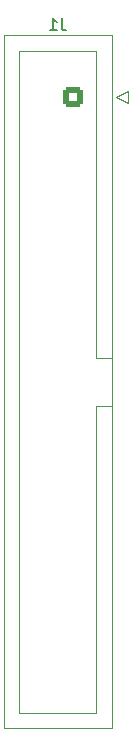
<source format=gbo>
%TF.GenerationSoftware,KiCad,Pcbnew,(6.0.4)*%
%TF.CreationDate,2022-07-27T17:53:15+02:00*%
%TF.ProjectId,Pi-pico-AD9854_adapter,50692d70-6963-46f2-9d41-44393835345f,rev?*%
%TF.SameCoordinates,Original*%
%TF.FileFunction,Legend,Bot*%
%TF.FilePolarity,Positive*%
%FSLAX46Y46*%
G04 Gerber Fmt 4.6, Leading zero omitted, Abs format (unit mm)*
G04 Created by KiCad (PCBNEW (6.0.4)) date 2022-07-27 17:53:15*
%MOMM*%
%LPD*%
G01*
G04 APERTURE LIST*
G04 Aperture macros list*
%AMRoundRect*
0 Rectangle with rounded corners*
0 $1 Rounding radius*
0 $2 $3 $4 $5 $6 $7 $8 $9 X,Y pos of 4 corners*
0 Add a 4 corners polygon primitive as box body*
4,1,4,$2,$3,$4,$5,$6,$7,$8,$9,$2,$3,0*
0 Add four circle primitives for the rounded corners*
1,1,$1+$1,$2,$3*
1,1,$1+$1,$4,$5*
1,1,$1+$1,$6,$7*
1,1,$1+$1,$8,$9*
0 Add four rect primitives between the rounded corners*
20,1,$1+$1,$2,$3,$4,$5,0*
20,1,$1+$1,$4,$5,$6,$7,0*
20,1,$1+$1,$6,$7,$8,$9,0*
20,1,$1+$1,$8,$9,$2,$3,0*%
G04 Aperture macros list end*
%ADD10C,0.150000*%
%ADD11C,0.120000*%
%ADD12C,3.302000*%
%ADD13O,3.048000X1.524000*%
%ADD14C,2.000000*%
%ADD15RoundRect,0.249999X0.790001X1.550001X-0.790001X1.550001X-0.790001X-1.550001X0.790001X-1.550001X0*%
%ADD16O,2.080000X3.600000*%
%ADD17O,1.800000X1.800000*%
%ADD18O,1.500000X1.500000*%
%ADD19O,1.700000X1.700000*%
%ADD20R,1.700000X1.700000*%
%ADD21C,0.700000*%
%ADD22O,1.050000X2.100000*%
%ADD23RoundRect,0.250000X0.600000X0.600000X-0.600000X0.600000X-0.600000X-0.600000X0.600000X-0.600000X0*%
%ADD24C,1.700000*%
G04 APERTURE END LIST*
D10*
%TO.C,J1*%
X109553333Y-33992380D02*
X109553333Y-34706666D01*
X109600952Y-34849523D01*
X109696190Y-34944761D01*
X109839047Y-34992380D01*
X109934285Y-34992380D01*
X108553333Y-34992380D02*
X109124761Y-34992380D01*
X108839047Y-34992380D02*
X108839047Y-33992380D01*
X108934285Y-34135238D01*
X109029523Y-34230476D01*
X109124761Y-34278095D01*
D11*
X115170000Y-40140000D02*
X115170000Y-41140000D01*
X112470000Y-62720000D02*
X112470000Y-36730000D01*
X114170000Y-40640000D02*
X115170000Y-40140000D01*
X113780000Y-62720000D02*
X112470000Y-62720000D01*
X112470000Y-36730000D02*
X105970000Y-36730000D01*
X105970000Y-36730000D02*
X105970000Y-92810000D01*
X112470000Y-92810000D02*
X112470000Y-66820000D01*
X112470000Y-66820000D02*
X113780000Y-66820000D01*
X113780000Y-94110000D02*
X113780000Y-35430000D01*
X105970000Y-92810000D02*
X112470000Y-92810000D01*
X113780000Y-35430000D02*
X104660000Y-35430000D01*
X104660000Y-94110000D02*
X113780000Y-94110000D01*
X112470000Y-66820000D02*
X112470000Y-66820000D01*
X115170000Y-41140000D02*
X114170000Y-40640000D01*
X104660000Y-35430000D02*
X104660000Y-94110000D01*
%TD*%
%LPC*%
D12*
%TO.C,U2*%
X136969500Y-34290000D03*
D13*
X121983500Y-31750000D03*
X121983500Y-34290000D03*
X121983500Y-36830000D03*
%TD*%
D14*
%TO.C,TP2*%
X123190000Y-20320000D03*
%TD*%
D15*
%TO.C,J4*%
X134620000Y-26002500D03*
D16*
X129540000Y-26002500D03*
%TD*%
D17*
%TO.C,U1*%
X124275000Y-90675000D03*
D18*
X124575000Y-87645000D03*
D17*
X129725000Y-90675000D03*
D18*
X129425000Y-87645000D03*
D19*
X135890000Y-90805000D03*
X135890000Y-88265000D03*
D20*
X135890000Y-85725000D03*
D19*
X135890000Y-83185000D03*
X135890000Y-80645000D03*
X135890000Y-78105000D03*
X135890000Y-75565000D03*
D20*
X135890000Y-73025000D03*
D19*
X135890000Y-70485000D03*
X135890000Y-67945000D03*
X135890000Y-65405000D03*
X135890000Y-62865000D03*
D20*
X135890000Y-60325000D03*
D19*
X135890000Y-57785000D03*
X135890000Y-55245000D03*
X135890000Y-52705000D03*
X135890000Y-50165000D03*
D20*
X135890000Y-47625000D03*
D19*
X135890000Y-45085000D03*
X135890000Y-42545000D03*
X118110000Y-42545000D03*
X118110000Y-45085000D03*
D20*
X118110000Y-47625000D03*
D19*
X118110000Y-50165000D03*
X118110000Y-52705000D03*
X118110000Y-55245000D03*
X118110000Y-57785000D03*
D20*
X118110000Y-60325000D03*
D19*
X118110000Y-62865000D03*
X118110000Y-65405000D03*
X118110000Y-67945000D03*
X118110000Y-70485000D03*
D20*
X118110000Y-73025000D03*
D19*
X118110000Y-75565000D03*
X118110000Y-78105000D03*
X118110000Y-80645000D03*
X118110000Y-83185000D03*
D20*
X118110000Y-85725000D03*
D19*
X118110000Y-88265000D03*
X118110000Y-90805000D03*
X129540000Y-42775000D03*
D20*
X127000000Y-42775000D03*
D19*
X124460000Y-42775000D03*
%TD*%
D14*
%TO.C,TP1*%
X118745000Y-20320000D03*
%TD*%
D21*
%TO.C,J2*%
X108870000Y-21430000D03*
X114650000Y-21430000D03*
D22*
X116080000Y-21960000D03*
X107440000Y-21960000D03*
X116080000Y-17780000D03*
X107440000Y-17780000D03*
%TD*%
D14*
%TO.C,J3*%
X117475000Y-38100000D03*
%TD*%
D23*
%TO.C,J1*%
X110490000Y-40640000D03*
D24*
X107950000Y-40640000D03*
X110490000Y-43180000D03*
X107950000Y-43180000D03*
X110490000Y-45720000D03*
X107950000Y-45720000D03*
X110490000Y-48260000D03*
X107950000Y-48260000D03*
X110490000Y-50800000D03*
X107950000Y-50800000D03*
X110490000Y-53340000D03*
X107950000Y-53340000D03*
X110490000Y-55880000D03*
X107950000Y-55880000D03*
X110490000Y-58420000D03*
X107950000Y-58420000D03*
X110490000Y-60960000D03*
X107950000Y-60960000D03*
X110490000Y-63500000D03*
X107950000Y-63500000D03*
X110490000Y-66040000D03*
X107950000Y-66040000D03*
X110490000Y-68580000D03*
X107950000Y-68580000D03*
X110490000Y-71120000D03*
X107950000Y-71120000D03*
X110490000Y-73660000D03*
X107950000Y-73660000D03*
X110490000Y-76200000D03*
X107950000Y-76200000D03*
X110490000Y-78740000D03*
X107950000Y-78740000D03*
X110490000Y-81280000D03*
X107950000Y-81280000D03*
X110490000Y-83820000D03*
X107950000Y-83820000D03*
X110490000Y-86360000D03*
X107950000Y-86360000D03*
X110490000Y-88900000D03*
X107950000Y-88900000D03*
%TD*%
M02*

</source>
